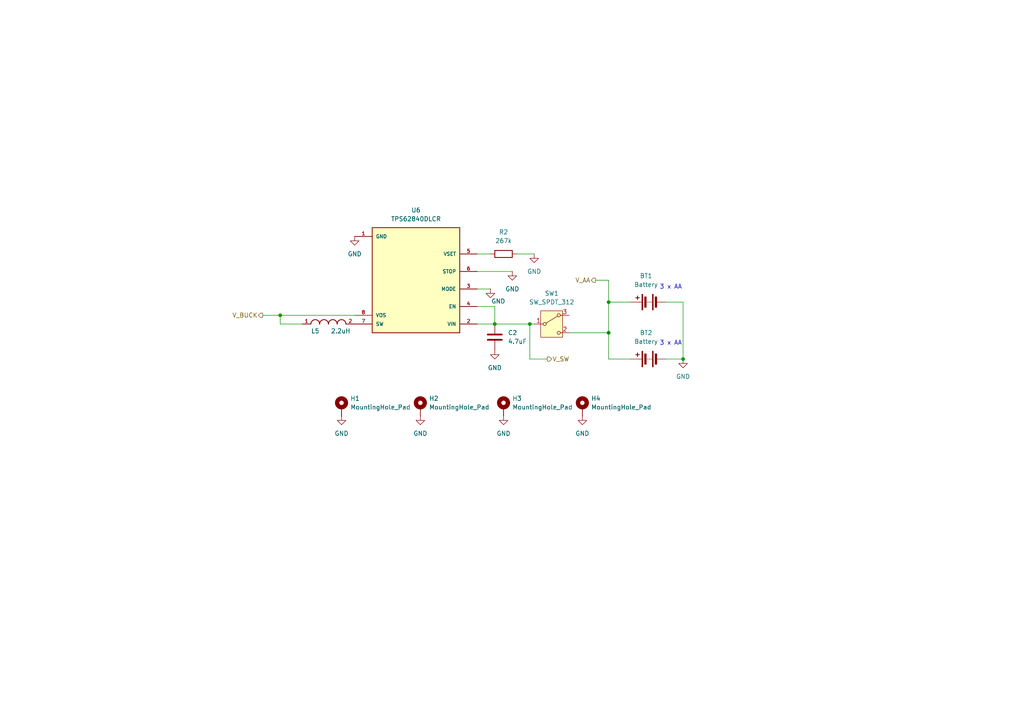
<source format=kicad_sch>
(kicad_sch (version 20250114) (generator "eeschema") (generator_version "9.0")
  (paper "A4")
  (lib_symbols
    (symbol "Device:Battery" (pin_numbers (hide yes)) (pin_names (offset 0) (hide yes))
      (property "Reference" "BT" (at 2.54 2.54 0))
      (property "Value" "Battery" (at 2.54 0 0))
      (symbol "Battery_0_1"
        (rectangle (start -2.286 1.778) (end 2.286 1.524) (fill (type outline)))
        (rectangle (start -2.286 -1.27) (end 2.286 -1.524) (fill (type outline)))
        (rectangle (start -1.524 1.016) (end 1.524 0.508) (fill (type outline)))
        (rectangle (start -1.524 -2.032) (end 1.524 -2.54) (fill (type outline)))
        (polyline (pts (xy 0 1.778) (xy 0 2.54)))
        (polyline (pts (xy 0 0) (xy 0 0.254)))
        (polyline (pts (xy 0 -0.508) (xy 0 -0.254)))
        (polyline (pts (xy 0 -1.016) (xy 0 -0.762)))
        (polyline (pts (xy 0.762 3.048) (xy 1.778 3.048)) (stroke (width 0.254)))
        (polyline (pts (xy 1.27 3.556) (xy 1.27 2.54)) (stroke (width 0.254)))
      )
      (symbol "Battery_1_1"
        (pin passive line (at 0 5.08 270) (length 2.54) (name "+") (number "1"))
        (pin passive line (at 0 -5.08 90) (length 2.54) (name "-") (number "2"))
      )
    )
    (symbol "Device:C" (pin_numbers (hide yes)) (pin_names (offset 0.254))
      (property "Reference" "C" (at 0.635 2.54 0))
      (property "Value" "C" (at 0.635 -2.54 0))
      (symbol "C_0_1"
        (polyline (pts (xy -2.032 0.762) (xy 2.032 0.762)) (stroke (width 0.508)))
        (polyline (pts (xy -2.032 -0.762) (xy 2.032 -0.762)) (stroke (width 0.508)))
      )
      (symbol "C_1_1"
        (pin passive line (at 0 3.81 270) (length 2.794) (name "~") (number "1"))
        (pin passive line (at 0 -3.81 90) (length 2.794) (name "~") (number "2"))
      )
    )
    (symbol "Device:R" (pin_numbers (hide yes)) (pin_names (offset 0))
      (property "Reference" "R" (at 2.032 0 90))
      (property "Value" "R" (at 0 0 90))
      (symbol "R_0_1"
        (rectangle (start -1.016 -2.54) (end 1.016 2.54) (stroke (width 0.254)))
      )
      (symbol "R_1_1"
        (pin passive line (at 0 3.81 270) (length 1.27) (name "~") (number "1"))
        (pin passive line (at 0 -3.81 90) (length 1.27) (name "~") (number "2"))
      )
    )
    (symbol "LB3218T1R0M:LB3218T1R0M" (pin_names (offset 1.016))
      (property "Reference" "L" (at -7.62 5.08 0))
      (property "Value" "LB3218T1R0M" (at -7.62 2.54 0))
      (symbol "LB3218T1R0M_0_0"
        (arc (start -5.08 0) (mid -3.81 1.2645) (end -2.54 0) (stroke (width 0.254)))
        (arc (start -2.54 0) (mid -1.27 1.2645) (end 0 0) (stroke (width 0.254)))
        (arc (start 0 0) (mid 1.27 1.2645) (end 2.54 0) (stroke (width 0.254)))
        (arc (start 2.54 0) (mid 3.81 1.2645) (end 5.08 0) (stroke (width 0.254)))
        (pin passive line (at -7.62 0 0) (length 2.54) (name "~") (number "1"))
        (pin passive line (at 7.62 0 180) (length 2.54) (name "~") (number "2"))
      )
    )
    (symbol "Mechanical:MountingHole_Pad" (pin_numbers (hide yes)) (pin_names (offset 1.016) (hide yes)) (exclude_from_sim yes) (in_bom no)
      (property "Reference" "H" (at 0 6.35 0))
      (property "Value" "MountingHole_Pad" (at 0 4.445 0))
      (symbol "MountingHole_Pad_0_1"
        (circle (center 0 1.27) (radius 1.27) (stroke (width 1.27)))
      )
      (symbol "MountingHole_Pad_1_1"
        (pin input line (at 0 -2.54 90) (length 2.54) (name "1") (number "1"))
      )
    )
    (symbol "Switch:SW_SPDT_312" (pin_names (offset 1) (hide yes))
      (property "Reference" "SW" (at 0 5.08 0))
      (property "Value" "SW_SPDT_312" (at 0 -5.08 0))
      (symbol "SW_SPDT_312_0_1"
        (circle (center -2.032 0) (radius 0.4572))
        (polyline (pts (xy -1.651 0.254) (xy 1.651 2.286)))
        (circle (center 2.032 2.54) (radius 0.4572))
        (circle (center 2.032 -2.54) (radius 0.4572))
      )
      (symbol "SW_SPDT_312_1_1"
        (rectangle (start -3.175 3.81) (end 3.175 -3.81) (fill (type background)))
        (pin passive line (at -5.08 0 0) (length 2.54) (name "B") (number "1"))
        (pin passive line (at 5.08 2.54 180) (length 2.54) (name "A") (number "3"))
        (pin passive line (at 5.08 -2.54 180) (length 2.54) (name "C") (number "2"))
      )
    )
    (symbol "TPS62840DLCR:TPS62840DLCR" (pin_names (offset 1.016))
      (property "Reference" "U" (at -12.7 16.24 0))
      (property "Value" "TPS62840DLCR" (at -12.7 -19.24 0))
      (symbol "TPS62840DLCR_0_0"
        (rectangle (start -12.7 -15.24) (end 12.7 15.24) (stroke (width 0.254)) (fill (type background)))
        (pin power_in line (at -17.78 12.7 0) (length 5.08) (name "VIN") (number "2"))
        (pin input line (at -17.78 7.62 0) (length 5.08) (name "EN") (number "4"))
        (pin input line (at -17.78 2.54 0) (length 5.08) (name "MODE") (number "3"))
        (pin input line (at -17.78 -2.54 0) (length 5.08) (name "STOP") (number "6"))
        (pin input line (at -17.78 -7.62 0) (length 5.08) (name "VSET") (number "5"))
        (pin power_in line (at 17.78 12.7 180) (length 5.08) (name "SW") (number "7"))
        (pin input line (at 17.78 10.16 180) (length 5.08) (name "VOS") (number "8"))
        (pin power_in line (at 17.78 -12.7 180) (length 5.08) (name "GND") (number "1"))
      )
    )
    (symbol "power:GND" (power) (pin_numbers (hide yes)) (pin_names (offset 0) (hide yes))
      (property "Value" "GND" (at 0 -3.81 0))
      (symbol "GND_0_1"
        (polyline (pts (xy 0 0) (xy 0 -1.27) (xy 1.27 -1.27) (xy 0 -2.54) (xy -1.27 -1.27) (xy 0 -1.27)))
      )
      (symbol "GND_1_1"
        (pin power_in line (at 0 0 270) (length 0) (name "~") (number "1"))
      )
    )
  )
  (text "3 x AA" (at 194.564 83.312 0) (effects (font (size 1.27 1.27))))
  (text "3 x AA" (at 194.564 99.568 0) (effects (font (size 1.27 1.27))))
  (junction (at 176.53 87.63))
  (junction (at 198.12 104.14))
  (junction (at 143.51 93.98))
  (junction (at 81.28 91.44))
  (junction (at 153.67 93.98))
  (junction (at 176.53 96.52) (color 0 132 0 1))
  (wire (pts (xy 142.24 73.66) (xy 138.43 73.66)))
  (wire (pts (xy 154.94 73.66) (xy 149.86 73.66)))
  (wire (pts (xy 81.28 93.98) (xy 87.63 93.98)))
  (wire (pts (xy 81.28 91.44) (xy 81.28 93.98)))
  (wire (pts (xy 198.12 104.14) (xy 193.04 104.14)))
  (wire (pts (xy 176.53 96.52) (xy 165.1 96.52)) (stroke (width 0) (color 0 132 0 1)))
  (wire (pts (xy 198.12 87.63) (xy 198.12 104.14)))
  (wire (pts (xy 76.2 91.44) (xy 81.28 91.44)))
  (wire (pts (xy 176.53 87.63) (xy 182.88 87.63)) (stroke (width 0) (color 0 132 0 1)))
  (wire (pts (xy 102.87 91.44) (xy 81.28 91.44)))
  (wire (pts (xy 176.53 81.28) (xy 172.72 81.28)) (stroke (width 0) (color 0 132 0 1)))
  (wire (pts (xy 176.53 87.63) (xy 176.53 81.28)) (stroke (width 0) (color 0 132 0 1)))
  (wire (pts (xy 142.24 83.82) (xy 138.43 83.82)))
  (wire (pts (xy 153.67 93.98) (xy 153.67 104.14)))
  (wire (pts (xy 143.51 88.9) (xy 138.43 88.9)))
  (wire (pts (xy 176.53 87.63) (xy 176.53 96.52)) (stroke (width 0) (color 0 132 0 1)))
  (wire (pts (xy 198.12 87.63) (xy 193.04 87.63)))
  (wire (pts (xy 138.43 93.98) (xy 143.51 93.98)))
  (wire (pts (xy 176.53 104.14) (xy 182.88 104.14)) (stroke (width 0) (color 0 132 0 1)))
  (wire (pts (xy 143.51 93.98) (xy 153.67 93.98)))
  (wire (pts (xy 143.51 93.98) (xy 143.51 88.9)))
  (wire (pts (xy 176.53 104.14) (xy 176.53 96.52)) (stroke (width 0) (color 0 132 0 1)))
  (wire (pts (xy 148.59 78.74) (xy 138.43 78.74)))
  (wire (pts (xy 153.67 93.98) (xy 154.94 93.98)))
  (wire (pts (xy 153.67 104.14) (xy 158.75 104.14)))
  (hierarchical_label "V_SW" (shape output) (at 158.75 104.14 0))
  (hierarchical_label "V_BUCK" (shape output) (at 76.2 91.44 180))
  (hierarchical_label "V_AA" (shape output) (at 172.72 81.28 180))
  (symbol (lib_id "TPS62840DLCR:TPS62840DLCR") (at 120.65 81.28 180) (unit 1)
    (property "Reference" "U6" (at 120.65 60.96 0))
    (property "Value" "TPS62840DLCR" (at 120.65 63.5 0))
    (property "Footprint" "TPS62840DLCR:SON50P200X150X100-8N" (effects (hide yes)))
    (property "MF" "Texas Instruments" (effects (hide yes)))
    (property "MOUSER-PURCHASE-URL" "https://snapeda.com/shop?store=Mouser&id=4216699" (effects (hide yes)))
    (property "DESCRIPTION" "60-nA IQ, 1.8-V to 6.5-VIN, high-efficiency 750-mA step-down converter 8-VSON-HR -40 to 125" (effects (hide yes)))
    (property "PACKAGE" "VSON-HR-8 Texas Instruments" (effects (hide yes)))
    (property "PRICE" "None" (effects (hide yes)))
    (property "MP" "TPS62840DLCR" (effects (hide yes)))
    (property "TEXAS_INSTRUMENTS-PURCHASE-URL" "https://snapeda.com/shop?store=Texas+Instruments&id=4216699" (effects (hide yes)))
    (property "AVAILABILITY" "Warning" (effects (hide yes)))
  )
  (symbol (lib_id "Switch:SW_SPDT_312") (at 160.02 93.98 0) (unit 1)
    (property "Reference" "SW1" (at 160.02 85.09 0))
    (property "Value" "SW_SPDT_312" (at 160.02 87.63 0))
    (property "Footprint" "singing foot:switch_sp" (effects (hide yes)))
    (property "Description" "Switch, single pole double throw" (effects (hide yes)))
  )
  (symbol (lib_id "Device:C") (at 143.51 97.79 0) (unit 1)
    (property "Reference" "C2" (at 147.32 96.5199 0) (effects (justify left)))
    (property "Value" "4.7uF" (at 147.32 99.0599 0) (effects (justify left)))
    (property "Footprint" "Capacitor_SMD:C_0603_1608Metric" (effects (hide yes)))
    (property "Description" "Unpolarized capacitor" (effects (hide yes)))
  )
  (symbol (lib_id "power:GND") (at 198.12 104.14 0) (unit 1)
    (property "Reference" "#PWR05" (effects (hide yes)))
    (property "Value" "GND" (at 198.12 109.22 0))
    (property "Description" "Power symbol creates a global label with name \"GND\" , ground" (effects (hide yes)))
  )
  (symbol (lib_id "power:GND") (at 121.92 120.65 0) (unit 1)
    (property "Reference" "#PWR08" (effects (hide yes)))
    (property "Value" "GND" (at 121.92 125.73 0))
    (property "Description" "Power symbol creates a global label with name \"GND\" , ground" (effects (hide yes)))
  )
  (symbol (lib_id "power:GND") (at 148.59 78.74 0) (unit 1)
    (property "Reference" "#PWR032" (effects (hide yes)))
    (property "Value" "GND" (at 148.59 83.82 0))
    (property "Description" "Power symbol creates a global label with name \"GND\" , ground" (effects (hide yes)))
  )
  (symbol (lib_id "power:GND") (at 168.91 120.65 0) (unit 1)
    (property "Reference" "#PWR010" (effects (hide yes)))
    (property "Value" "GND" (at 168.91 125.73 0))
    (property "Description" "Power symbol creates a global label with name \"GND\" , ground" (effects (hide yes)))
  )
  (symbol (lib_id "Mechanical:MountingHole_Pad") (at 99.06 118.11 0) (unit 1) (exclude_from_sim yes) (in_bom no)
    (property "Reference" "H1" (at 101.6 115.5699 0) (effects (justify left)))
    (property "Value" "MountingHole_Pad" (at 101.6 118.1099 0) (effects (justify left)))
    (property "Footprint" "MountingHole:MountingHole_3.2mm_M3_DIN965_Pad" (effects (hide yes)))
    (property "Description" "Mounting Hole with connection" (effects (hide yes)))
  )
  (symbol (lib_id "LB3218T1R0M:LB3218T1R0M") (at 95.25 93.98 0) (unit 1)
    (property "Reference" "L5" (at 91.44 96.012 0))
    (property "Value" "2.2uH" (at 98.806 96.012 0))
    (property "Footprint" "LB3218T1R0M:INDC3218X200N" (effects (hide yes)))
  )
  (symbol (lib_id "power:GND") (at 102.87 68.58 0) (unit 1)
    (property "Reference" "#PWR015" (effects (hide yes)))
    (property "Value" "GND" (at 102.87 73.66 0))
    (property "Description" "Power symbol creates a global label with name \"GND\" , ground" (effects (hide yes)))
  )
  (symbol (lib_id "Mechanical:MountingHole_Pad") (at 146.05 118.11 0) (unit 1) (exclude_from_sim yes) (in_bom no)
    (property "Reference" "H3" (at 148.59 115.5699 0) (effects (justify left)))
    (property "Value" "MountingHole_Pad" (at 148.59 118.1099 0) (effects (justify left)))
    (property "Footprint" "MountingHole:MountingHole_3.2mm_M3_DIN965_Pad" (effects (hide yes)))
    (property "Description" "Mounting Hole with connection" (effects (hide yes)))
  )
  (symbol (lib_id "Device:Battery") (at 187.96 104.14 90) (unit 1)
    (property "Reference" "BT2" (at 187.3885 96.52 90))
    (property "Value" "Battery" (at 187.3885 99.06 90))
    (property "Footprint" "Connector_PinHeader_2.54mm:PinHeader_1x02_P2.54mm_Vertical" (effects (hide yes)))
    (property "Description" "Multiple-cell battery" (effects (hide yes)))
  )
  (symbol (lib_id "power:GND") (at 143.51 101.6 0) (unit 1)
    (property "Reference" "#PWR011" (effects (hide yes)))
    (property "Value" "GND" (at 143.51 106.68 0))
    (property "Description" "Power symbol creates a global label with name \"GND\" , ground" (effects (hide yes)))
  )
  (symbol (lib_id "Device:R") (at 146.05 73.66 90) (unit 1)
    (property "Reference" "R2" (at 146.05 67.31 90))
    (property "Value" "267k" (at 146.05 69.85 90))
    (property "Footprint" "Resistor_SMD:R_0603_1608Metric" (effects (hide yes)))
    (property "Description" "Resistor" (effects (hide yes)))
    (property "V_OUT options" "3.3V → 267k, 3.2V → 102k, 3.1V → 71.5k, 3V → 52.3k, 2.7V → 21.5k," (effects (hide yes)))
  )
  (symbol (lib_id "power:GND") (at 99.06 120.65 0) (unit 1)
    (property "Reference" "#PWR07" (effects (hide yes)))
    (property "Value" "GND" (at 99.06 125.73 0))
    (property "Description" "Power symbol creates a global label with name \"GND\" , ground" (effects (hide yes)))
  )
  (symbol (lib_id "power:GND") (at 146.05 120.65 0) (unit 1)
    (property "Reference" "#PWR09" (effects (hide yes)))
    (property "Value" "GND" (at 146.05 125.73 0))
    (property "Description" "Power symbol creates a global label with name \"GND\" , ground" (effects (hide yes)))
  )
  (symbol (lib_id "power:GND") (at 154.94 73.66 0) (unit 1)
    (property "Reference" "#PWR017" (effects (hide yes)))
    (property "Value" "GND" (at 154.94 78.74 0))
    (property "Description" "Power symbol creates a global label with name \"GND\" , ground" (effects (hide yes)))
  )
  (symbol (lib_id "power:GND") (at 142.24 83.82 0) (unit 1)
    (property "Reference" "#PWR033" (effects (hide yes)))
    (property "Value" "GND" (at 144.526 87.376 0))
    (property "Description" "Power symbol creates a global label with name \"GND\" , ground" (effects (hide yes)))
  )
  (symbol (lib_id "Device:Battery") (at 187.96 87.63 90) (unit 1)
    (property "Reference" "BT1" (at 187.3885 80.01 90))
    (property "Value" "Battery" (at 187.3885 82.55 90))
    (property "Footprint" "Connector_PinHeader_2.54mm:PinHeader_1x02_P2.54mm_Vertical" (effects (hide yes)))
    (property "Description" "Multiple-cell battery" (effects (hide yes)))
  )
  (symbol (lib_id "Mechanical:MountingHole_Pad") (at 121.92 118.11 0) (unit 1) (exclude_from_sim yes) (in_bom no)
    (property "Reference" "H2" (at 124.46 115.5699 0) (effects (justify left)))
    (property "Value" "MountingHole_Pad" (at 124.46 118.1099 0) (effects (justify left)))
    (property "Footprint" "MountingHole:MountingHole_3.2mm_M3_DIN965_Pad" (effects (hide yes)))
    (property "Description" "Mounting Hole with connection" (effects (hide yes)))
  )
  (symbol (lib_id "Mechanical:MountingHole_Pad") (at 168.91 118.11 0) (unit 1) (exclude_from_sim yes) (in_bom no)
    (property "Reference" "H4" (at 171.45 115.5699 0) (effects (justify left)))
    (property "Value" "MountingHole_Pad" (at 171.45 118.1099 0) (effects (justify left)))
    (property "Footprint" "MountingHole:MountingHole_3.2mm_M3_DIN965_Pad" (effects (hide yes)))
    (property "Description" "Mounting Hole with connection" (effects (hide yes)))
  )
)
</source>
